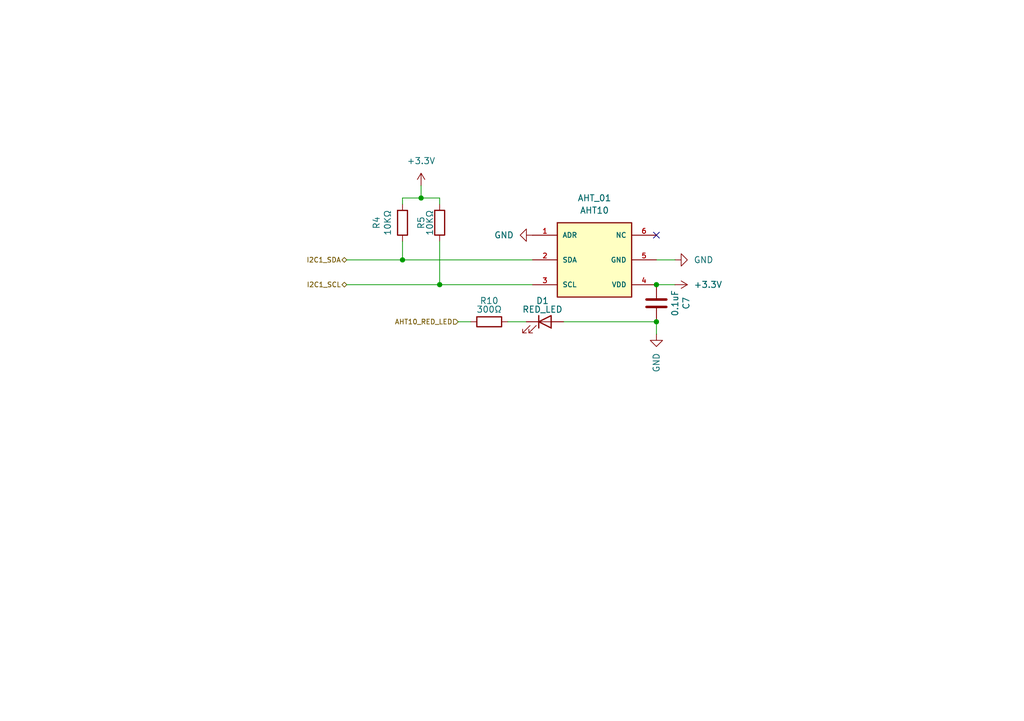
<source format=kicad_sch>
(kicad_sch (version 20250114) (generator "eeschema") (generator_version "9.0")
  (paper "A5")
  (title_block (title "AHT10 ") (date "2026-01-20"))
  (lib_symbols
    (symbol "Device:C" (pin_numbers (hide yes)) (pin_names (offset 0.254))
      (property "Reference" "C" (at 0.635 2.54 0))
      (property "Value" "C" (at 0.635 -2.54 0))
      (symbol "C_0_1"
        (polyline (pts (xy -2.032 0.762) (xy 2.032 0.762)) (stroke (width 0.508)))
        (polyline (pts (xy -2.032 -0.762) (xy 2.032 -0.762)) (stroke (width 0.508)))
      )
      (symbol "C_1_1"
        (pin passive line (at 0 3.81 270) (length 2.794) (name "~") (number "1"))
        (pin passive line (at 0 -3.81 90) (length 2.794) (name "~") (number "2"))
      )
    )
    (symbol "Device:LED" (pin_numbers (hide yes)) (pin_names (offset 1.016) (hide yes))
      (property "Reference" "D" (at 0 2.54 0))
      (property "Value" "LED" (at 0 -2.54 0))
      (symbol "LED_0_1"
        (polyline (pts (xy -3.048 -0.762) (xy -4.572 -2.286) (xy -3.81 -2.286) (xy -4.572 -2.286) (xy -4.572 -1.524)))
        (polyline (pts (xy -1.778 -0.762) (xy -3.302 -2.286) (xy -2.54 -2.286) (xy -3.302 -2.286) (xy -3.302 -1.524)))
        (polyline (pts (xy -1.27 0) (xy 1.27 0)))
        (polyline (pts (xy -1.27 -1.27) (xy -1.27 1.27)) (stroke (width 0.254)))
        (polyline (pts (xy 1.27 -1.27) (xy 1.27 1.27) (xy -1.27 0) (xy 1.27 -1.27)) (stroke (width 0.254)))
      )
      (symbol "LED_1_1"
        (pin passive line (at -3.81 0 0) (length 2.54) (name "K") (number "1"))
        (pin passive line (at 3.81 0 180) (length 2.54) (name "A") (number "2"))
      )
    )
    (symbol "Device:R" (pin_numbers (hide yes)) (pin_names (offset 0))
      (property "Reference" "R" (at 2.032 0 90))
      (property "Value" "R" (at 0 0 90))
      (symbol "R_0_1"
        (rectangle (start -1.016 -2.54) (end 1.016 2.54) (stroke (width 0.254)))
      )
      (symbol "R_1_1"
        (pin passive line (at 0 3.81 270) (length 1.27) (name "~") (number "1"))
        (pin passive line (at 0 -3.81 90) (length 1.27) (name "~") (number "2"))
      )
    )
    (symbol "MODULES:AHT10" (pin_names (offset 1.016))
      (property "Reference" "U" (at -7.366 8.636 0))
      (property "Value" "AHT10" (at -7.62 -10.16 0))
      (symbol "AHT10_0_0"
        (rectangle (start -7.62 7.62) (end 7.62 -7.62) (stroke (width 0.254)) (fill (type background)))
        (pin bidirectional line (at -12.7 5.08 0) (length 5.08) (name "ADR") (number "1"))
        (pin bidirectional line (at -12.7 0 0) (length 5.08) (name "SDA") (number "2"))
        (pin bidirectional line (at -12.7 -5.08 0) (length 5.08) (name "SCL") (number "3"))
        (pin bidirectional line (at 12.7 5.08 180) (length 5.08) (name "NC") (number "6"))
        (pin bidirectional line (at 12.7 0 180) (length 5.08) (name "GND") (number "5"))
        (pin bidirectional line (at 12.7 -5.08 180) (length 5.08) (name "VDD") (number "4"))
      )
    )
    (symbol "power:+3.3V" (power) (pin_numbers (hide yes)) (pin_names (offset 0) (hide yes))
      (property "Value" "+3.3V" (at 0 3.556 0))
      (symbol "+3.3V_0_1"
        (polyline (pts (xy -0.762 1.27) (xy 0 2.54)))
        (polyline (pts (xy 0 2.54) (xy 0.762 1.27)))
        (polyline (pts (xy 0 0) (xy 0 2.54)))
      )
      (symbol "+3.3V_1_1"
        (pin power_in line (at 0 0 90) (length 0) (name "~") (number "1"))
      )
    )
    (symbol "power:GND" (power) (pin_numbers (hide yes)) (pin_names (offset 0) (hide yes))
      (property "Value" "GND" (at 0 -3.81 0))
      (symbol "GND_0_1"
        (polyline (pts (xy 0 0) (xy 0 -1.27) (xy 1.27 -1.27) (xy 0 -2.54) (xy -1.27 -1.27) (xy 0 -1.27)))
      )
      (symbol "GND_1_1"
        (pin power_in line (at 0 0 270) (length 0) (name "~") (number "1"))
      )
    )
  )
  (junction (at 86.36 40.64))
  (junction (at 90.17 58.42))
  (junction (at 134.62 66.04))
  (junction (at 134.62 58.42))
  (junction (at 82.55 53.34))
  (no_connect (at 134.62 48.26))
  (wire (pts (xy 90.17 49.518) (xy 90.17 58.42)))
  (wire (pts (xy 71.12 58.42) (xy 90.17 58.42)))
  (wire (pts (xy 71.12 53.34) (xy 82.55 53.34)))
  (wire (pts (xy 93.98 66.04) (xy 96.52 66.04)))
  (wire (pts (xy 86.36 40.64) (xy 90.17 40.64)))
  (wire (pts (xy 115.57 66.04) (xy 134.62 66.04)))
  (wire (pts (xy 82.55 40.64) (xy 82.55 41.91)))
  (wire (pts (xy 90.17 40.64) (xy 90.17 41.898)))
  (wire (pts (xy 134.62 66.04) (xy 134.62 68.58)))
  (wire (pts (xy 107.95 66.04) (xy 104.14 66.04)))
  (wire (pts (xy 134.62 58.42) (xy 138.43 58.42)))
  (wire (pts (xy 82.55 40.64) (xy 86.36 40.64)))
  (wire (pts (xy 82.55 49.53) (xy 82.55 53.34)))
  (wire (pts (xy 86.36 38.1) (xy 86.36 40.64)))
  (wire (pts (xy 138.43 53.34) (xy 134.62 53.34)))
  (wire (pts (xy 90.17 58.42) (xy 109.22 58.42)))
  (wire (pts (xy 82.55 53.34) (xy 109.22 53.34)))
  (hierarchical_label "I2C1_SDA" (shape bidirectional) (at 71.12 53.34 180) (effects (font (size 1 1))))
  (hierarchical_label "I2C1_SCL" (shape bidirectional) (at 71.12 58.42 180) (effects (font (size 1 1))))
  (hierarchical_label "AHT10_RED_LED" (shape input) (at 93.98 66.04 180) (effects (font (size 1 1))))
  (symbol (lib_id "power:+3.3V") (at 138.43 58.42 270) (unit 1)
    (property "Reference" "#PWR014" (effects (hide yes)))
    (property "Value" "+3.3V" (at 142.24 58.4199 90) (effects (justify left)))
    (property "Description" "Power symbol creates a global label with name \"+3.3V\"" (effects (hide yes)))
  )
  (symbol (lib_id "Device:C") (at 134.62 62.23 0) (mirror y) (unit 1)
    (property "Reference" "C7" (at 140.716 62.23 90))
    (property "Value" "0.1uF" (at 138.43 62.23 90))
    (property "Description" "Unpolarized capacitor" (effects (hide yes)))
  )
  (symbol (lib_id "Device:LED") (at 111.76 66.04 0) (unit 1)
    (property "Reference" "D1" (at 111.252 61.722 0))
    (property "Value" "RED_LED" (at 111.252 63.5 0))
    (property "Description" "Light emitting diode" (effects (hide yes)))
    (property "Sim.Pins" "1=K 2=A" (effects (hide yes)))
  )
  (symbol (lib_id "Device:R") (at 90.17 45.708 180) (unit 1)
    (property "Reference" "R5" (at 86.36 45.72 90))
    (property "Value" "10KΩ" (at 88.138 45.72 90))
    (property "Description" "Resistor" (effects (hide yes)))
  )
  (symbol (lib_id "power:GND") (at 134.62 68.58 0) (unit 1)
    (property "Reference" "#PWR015" (effects (hide yes)))
    (property "Value" "GND" (at 134.62 72.39 90) (effects (justify right)))
    (property "Description" "Power symbol creates a global label with name \"GND\" , ground" (effects (hide yes)))
  )
  (symbol (lib_id "MODULES:AHT10") (at 121.92 53.34 0) (unit 1)
    (property "Reference" "AHT_01" (at 121.92 40.64 0))
    (property "Value" "AHT10" (at 121.92 43.18 0))
    (property "Footprint" "AHT10:AHT_QFN" (effects (hide yes)))
    (property "MF" "Asair" (effects (hide yes)))
    (property "Description_1" "Temperature and humidity sensor" (effects (hide yes)))
    (property "Package" "Package" (effects (hide yes)))
    (property "Price" "None" (effects (hide yes)))
    (property "SnapEDA_Link" "https://www.snapeda.com/parts/AHT10/Asair/view-part/?ref=snap" (effects (hide yes)))
    (property "MP" "AHT10" (effects (hide yes)))
    (property "Availability" "Not in stock" (effects (hide yes)))
    (property "Check_prices" "https://www.snapeda.com/parts/AHT10/Asair/view-part/?ref=eda" (effects (hide yes)))
  )
  (symbol (lib_id "power:GND") (at 138.43 53.34 90) (unit 1)
    (property "Reference" "#PWR013" (effects (hide yes)))
    (property "Value" "GND" (at 142.24 53.34 90) (effects (justify right)))
    (property "Description" "Power symbol creates a global label with name \"GND\" , ground" (effects (hide yes)))
  )
  (symbol (lib_id "Device:R") (at 100.33 66.04 90) (mirror x) (unit 1)
    (property "Reference" "R10" (at 100.33 61.722 90))
    (property "Value" "300Ω" (at 100.33 63.5 90))
    (property "Description" "Resistor" (effects (hide yes)))
  )
  (symbol (lib_id "power:+3.3V") (at 86.36 38.1 0) (unit 1)
    (property "Reference" "#PWR016" (effects (hide yes)))
    (property "Value" "+3.3V" (at 86.36 33.02 0))
    (property "Description" "Power symbol creates a global label with name \"+3.3V\"" (effects (hide yes)))
  )
  (symbol (lib_id "power:GND") (at 109.22 48.26 270) (unit 1)
    (property "Reference" "#PWR012" (effects (hide yes)))
    (property "Value" "GND" (at 105.41 48.2599 90) (effects (justify right)))
    (property "Description" "Power symbol creates a global label with name \"GND\" , ground" (effects (hide yes)))
  )
  (symbol (lib_id "Device:R") (at 82.55 45.72 180) (unit 1)
    (property "Reference" "R4" (at 77.216 45.72 90))
    (property "Value" "10KΩ" (at 79.502 45.72 90))
    (property "Description" "Resistor" (effects (hide yes)))
  )
)
</source>
